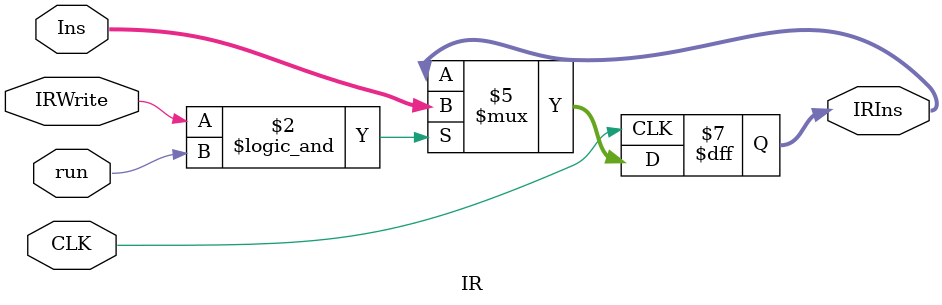
<source format=v>
`timescale 1ns / 1ps


module IR(
        input [31:0] Ins,
        input CLK,
        input IRWrite,run,
        output reg[31:0] IRIns
    );
    
initial 
    begin
        IRIns = 0;
    end
    
always@(posedge CLK)
    begin
        if(IRWrite && run)
            IRIns <= Ins;
        else
            IRIns <= IRIns;
    end
     
endmodule
</source>
